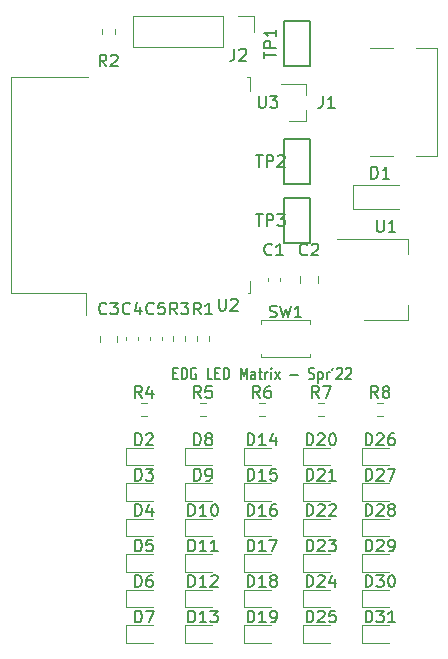
<source format=gbr>
G04 #@! TF.GenerationSoftware,KiCad,Pcbnew,(5.1.12)-1*
G04 #@! TF.CreationDate,2022-05-24T11:01:42-07:00*
G04 #@! TF.ProjectId,LedMatrixTest,4c65644d-6174-4726-9978-546573742e6b,rev?*
G04 #@! TF.SameCoordinates,Original*
G04 #@! TF.FileFunction,Legend,Top*
G04 #@! TF.FilePolarity,Positive*
%FSLAX46Y46*%
G04 Gerber Fmt 4.6, Leading zero omitted, Abs format (unit mm)*
G04 Created by KiCad (PCBNEW (5.1.12)-1) date 2022-05-24 11:01:42*
%MOMM*%
%LPD*%
G01*
G04 APERTURE LIST*
%ADD10C,0.150000*%
%ADD11C,0.120000*%
%ADD12C,0.100000*%
G04 APERTURE END LIST*
D10*
X92476190Y-36928571D02*
X92742857Y-36928571D01*
X92857142Y-37452380D02*
X92476190Y-37452380D01*
X92476190Y-36452380D01*
X92857142Y-36452380D01*
X93200000Y-37452380D02*
X93200000Y-36452380D01*
X93390476Y-36452380D01*
X93504761Y-36500000D01*
X93580952Y-36595238D01*
X93619047Y-36690476D01*
X93657142Y-36880952D01*
X93657142Y-37023809D01*
X93619047Y-37214285D01*
X93580952Y-37309523D01*
X93504761Y-37404761D01*
X93390476Y-37452380D01*
X93200000Y-37452380D01*
X94419047Y-36500000D02*
X94342857Y-36452380D01*
X94228571Y-36452380D01*
X94114285Y-36500000D01*
X94038095Y-36595238D01*
X94000000Y-36690476D01*
X93961904Y-36880952D01*
X93961904Y-37023809D01*
X94000000Y-37214285D01*
X94038095Y-37309523D01*
X94114285Y-37404761D01*
X94228571Y-37452380D01*
X94304761Y-37452380D01*
X94419047Y-37404761D01*
X94457142Y-37357142D01*
X94457142Y-37023809D01*
X94304761Y-37023809D01*
X95790476Y-37452380D02*
X95409523Y-37452380D01*
X95409523Y-36452380D01*
X96057142Y-36928571D02*
X96323809Y-36928571D01*
X96438095Y-37452380D02*
X96057142Y-37452380D01*
X96057142Y-36452380D01*
X96438095Y-36452380D01*
X96780952Y-37452380D02*
X96780952Y-36452380D01*
X96971428Y-36452380D01*
X97085714Y-36500000D01*
X97161904Y-36595238D01*
X97200000Y-36690476D01*
X97238095Y-36880952D01*
X97238095Y-37023809D01*
X97200000Y-37214285D01*
X97161904Y-37309523D01*
X97085714Y-37404761D01*
X96971428Y-37452380D01*
X96780952Y-37452380D01*
X98190476Y-37452380D02*
X98190476Y-36452380D01*
X98457142Y-37166666D01*
X98723809Y-36452380D01*
X98723809Y-37452380D01*
X99447619Y-37452380D02*
X99447619Y-36928571D01*
X99409523Y-36833333D01*
X99333333Y-36785714D01*
X99180952Y-36785714D01*
X99104761Y-36833333D01*
X99447619Y-37404761D02*
X99371428Y-37452380D01*
X99180952Y-37452380D01*
X99104761Y-37404761D01*
X99066666Y-37309523D01*
X99066666Y-37214285D01*
X99104761Y-37119047D01*
X99180952Y-37071428D01*
X99371428Y-37071428D01*
X99447619Y-37023809D01*
X99714285Y-36785714D02*
X100019047Y-36785714D01*
X99828571Y-36452380D02*
X99828571Y-37309523D01*
X99866666Y-37404761D01*
X99942857Y-37452380D01*
X100019047Y-37452380D01*
X100285714Y-37452380D02*
X100285714Y-36785714D01*
X100285714Y-36976190D02*
X100323809Y-36880952D01*
X100361904Y-36833333D01*
X100438095Y-36785714D01*
X100514285Y-36785714D01*
X100780952Y-37452380D02*
X100780952Y-36785714D01*
X100780952Y-36452380D02*
X100742857Y-36500000D01*
X100780952Y-36547619D01*
X100819047Y-36500000D01*
X100780952Y-36452380D01*
X100780952Y-36547619D01*
X101085714Y-37452380D02*
X101504761Y-36785714D01*
X101085714Y-36785714D02*
X101504761Y-37452380D01*
X102419047Y-37071428D02*
X103028571Y-37071428D01*
X103980952Y-37404761D02*
X104095238Y-37452380D01*
X104285714Y-37452380D01*
X104361904Y-37404761D01*
X104400000Y-37357142D01*
X104438095Y-37261904D01*
X104438095Y-37166666D01*
X104400000Y-37071428D01*
X104361904Y-37023809D01*
X104285714Y-36976190D01*
X104133333Y-36928571D01*
X104057142Y-36880952D01*
X104019047Y-36833333D01*
X103980952Y-36738095D01*
X103980952Y-36642857D01*
X104019047Y-36547619D01*
X104057142Y-36500000D01*
X104133333Y-36452380D01*
X104323809Y-36452380D01*
X104438095Y-36500000D01*
X104780952Y-36785714D02*
X104780952Y-37785714D01*
X104780952Y-36833333D02*
X104857142Y-36785714D01*
X105009523Y-36785714D01*
X105085714Y-36833333D01*
X105123809Y-36880952D01*
X105161904Y-36976190D01*
X105161904Y-37261904D01*
X105123809Y-37357142D01*
X105085714Y-37404761D01*
X105009523Y-37452380D01*
X104857142Y-37452380D01*
X104780952Y-37404761D01*
X105504761Y-37452380D02*
X105504761Y-36785714D01*
X105504761Y-36976190D02*
X105542857Y-36880952D01*
X105580952Y-36833333D01*
X105657142Y-36785714D01*
X105733333Y-36785714D01*
X106038095Y-36452380D02*
X105961904Y-36642857D01*
X106342857Y-36547619D02*
X106380952Y-36500000D01*
X106457142Y-36452380D01*
X106647619Y-36452380D01*
X106723809Y-36500000D01*
X106761904Y-36547619D01*
X106800000Y-36642857D01*
X106800000Y-36738095D01*
X106761904Y-36880952D01*
X106304761Y-37452380D01*
X106800000Y-37452380D01*
X107104761Y-36547619D02*
X107142857Y-36500000D01*
X107219047Y-36452380D01*
X107409523Y-36452380D01*
X107485714Y-36500000D01*
X107523809Y-36547619D01*
X107561904Y-36642857D01*
X107561904Y-36738095D01*
X107523809Y-36880952D01*
X107066666Y-37452380D01*
X107561904Y-37452380D01*
D11*
X91510000Y-33859420D02*
X91510000Y-34140580D01*
X90490000Y-33859420D02*
X90490000Y-34140580D01*
X92477500Y-34237258D02*
X92477500Y-33762742D01*
X93522500Y-34237258D02*
X93522500Y-33762742D01*
X86477500Y-7762742D02*
X86477500Y-8237258D01*
X87522500Y-7762742D02*
X87522500Y-8237258D01*
X94477500Y-34237258D02*
X94477500Y-33762742D01*
X95522500Y-34237258D02*
X95522500Y-33762742D01*
X89050000Y-6670000D02*
X89050000Y-9330000D01*
X96730000Y-6670000D02*
X89050000Y-6670000D01*
X96730000Y-9330000D02*
X89050000Y-9330000D01*
X96730000Y-6670000D02*
X96730000Y-9330000D01*
X98000000Y-6670000D02*
X99330000Y-6670000D01*
X99330000Y-6670000D02*
X99330000Y-8000000D01*
X87735000Y-33738748D02*
X87735000Y-34261252D01*
X86265000Y-33738748D02*
X86265000Y-34261252D01*
X88490000Y-33859420D02*
X88490000Y-34140580D01*
X89510000Y-33859420D02*
X89510000Y-34140580D01*
X109150000Y-18580000D02*
X111070000Y-18580000D01*
X111070000Y-9420000D02*
X109150000Y-9420000D01*
X113080000Y-9420000D02*
X114785000Y-9420000D01*
X114785000Y-18580000D02*
X113080000Y-18580000D01*
X114785000Y-9420000D02*
X114785000Y-18580000D01*
D12*
X85100000Y-30120000D02*
X85100000Y-32000000D01*
X78780000Y-30120000D02*
X85100000Y-30120000D01*
X78780000Y-11880000D02*
X85300000Y-11880000D01*
X78780000Y-30120000D02*
X78780000Y-11880000D01*
X99020000Y-13000000D02*
X99020000Y-11880000D01*
X98700000Y-11880000D02*
X99000000Y-11880000D01*
X99020000Y-30120000D02*
X99020000Y-29100000D01*
X98800000Y-30120000D02*
X99020000Y-30120000D01*
D11*
X107750000Y-21000000D02*
X107750000Y-23000000D01*
X107750000Y-23000000D02*
X111650000Y-23000000D01*
X107750000Y-21000000D02*
X111650000Y-21000000D01*
X112410000Y-32410000D02*
X112410000Y-31150000D01*
X112410000Y-25590000D02*
X112410000Y-26850000D01*
X108650000Y-32410000D02*
X112410000Y-32410000D01*
X106400000Y-25590000D02*
X112410000Y-25590000D01*
X100490000Y-29140580D02*
X100490000Y-28859420D01*
X101510000Y-29140580D02*
X101510000Y-28859420D01*
X103265000Y-29261252D02*
X103265000Y-28738748D01*
X104735000Y-29261252D02*
X104735000Y-28738748D01*
D10*
X101900000Y-25900000D02*
X101900000Y-22100000D01*
X101900000Y-22100000D02*
X104100000Y-22100000D01*
X104100000Y-22100000D02*
X104100000Y-25900000D01*
X104100000Y-25900000D02*
X101900000Y-25900000D01*
D11*
X90800000Y-43265000D02*
X88515000Y-43265000D01*
X88515000Y-43265000D02*
X88515000Y-44735000D01*
X88515000Y-44735000D02*
X90800000Y-44735000D01*
X93515000Y-44735000D02*
X95800000Y-44735000D01*
X93515000Y-43265000D02*
X93515000Y-44735000D01*
X95800000Y-43265000D02*
X93515000Y-43265000D01*
X100800000Y-43265000D02*
X98515000Y-43265000D01*
X98515000Y-43265000D02*
X98515000Y-44735000D01*
X98515000Y-44735000D02*
X100800000Y-44735000D01*
X105800000Y-43265000D02*
X103515000Y-43265000D01*
X103515000Y-43265000D02*
X103515000Y-44735000D01*
X103515000Y-44735000D02*
X105800000Y-44735000D01*
X108515000Y-44735000D02*
X110800000Y-44735000D01*
X108515000Y-43265000D02*
X108515000Y-44735000D01*
X110800000Y-43265000D02*
X108515000Y-43265000D01*
X88515000Y-47735000D02*
X90800000Y-47735000D01*
X88515000Y-46265000D02*
X88515000Y-47735000D01*
X90800000Y-46265000D02*
X88515000Y-46265000D01*
X95800000Y-46265000D02*
X93515000Y-46265000D01*
X93515000Y-46265000D02*
X93515000Y-47735000D01*
X93515000Y-47735000D02*
X95800000Y-47735000D01*
X100800000Y-46265000D02*
X98515000Y-46265000D01*
X98515000Y-46265000D02*
X98515000Y-47735000D01*
X98515000Y-47735000D02*
X100800000Y-47735000D01*
X103515000Y-47735000D02*
X105800000Y-47735000D01*
X103515000Y-46265000D02*
X103515000Y-47735000D01*
X105800000Y-46265000D02*
X103515000Y-46265000D01*
X110800000Y-46265000D02*
X108515000Y-46265000D01*
X108515000Y-46265000D02*
X108515000Y-47735000D01*
X108515000Y-47735000D02*
X110800000Y-47735000D01*
X90800000Y-49265000D02*
X88515000Y-49265000D01*
X88515000Y-49265000D02*
X88515000Y-50735000D01*
X88515000Y-50735000D02*
X90800000Y-50735000D01*
X93515000Y-50735000D02*
X95800000Y-50735000D01*
X93515000Y-49265000D02*
X93515000Y-50735000D01*
X95800000Y-49265000D02*
X93515000Y-49265000D01*
X98515000Y-50735000D02*
X100800000Y-50735000D01*
X98515000Y-49265000D02*
X98515000Y-50735000D01*
X100800000Y-49265000D02*
X98515000Y-49265000D01*
X103515000Y-50735000D02*
X105800000Y-50735000D01*
X103515000Y-49265000D02*
X103515000Y-50735000D01*
X105800000Y-49265000D02*
X103515000Y-49265000D01*
X108515000Y-50735000D02*
X110800000Y-50735000D01*
X108515000Y-49265000D02*
X108515000Y-50735000D01*
X110800000Y-49265000D02*
X108515000Y-49265000D01*
X88515000Y-53735000D02*
X90800000Y-53735000D01*
X88515000Y-52265000D02*
X88515000Y-53735000D01*
X90800000Y-52265000D02*
X88515000Y-52265000D01*
X95800000Y-52265000D02*
X93515000Y-52265000D01*
X93515000Y-52265000D02*
X93515000Y-53735000D01*
X93515000Y-53735000D02*
X95800000Y-53735000D01*
X98515000Y-53735000D02*
X100800000Y-53735000D01*
X98515000Y-52265000D02*
X98515000Y-53735000D01*
X100800000Y-52265000D02*
X98515000Y-52265000D01*
X105800000Y-52265000D02*
X103515000Y-52265000D01*
X103515000Y-52265000D02*
X103515000Y-53735000D01*
X103515000Y-53735000D02*
X105800000Y-53735000D01*
X110800000Y-52265000D02*
X108515000Y-52265000D01*
X108515000Y-52265000D02*
X108515000Y-53735000D01*
X108515000Y-53735000D02*
X110800000Y-53735000D01*
X89762742Y-40522500D02*
X90237258Y-40522500D01*
X89762742Y-39477500D02*
X90237258Y-39477500D01*
X94762742Y-39477500D02*
X95237258Y-39477500D01*
X94762742Y-40522500D02*
X95237258Y-40522500D01*
X99762742Y-39477500D02*
X100237258Y-39477500D01*
X99762742Y-40522500D02*
X100237258Y-40522500D01*
X104762742Y-40522500D02*
X105237258Y-40522500D01*
X104762742Y-39477500D02*
X105237258Y-39477500D01*
X109762742Y-40522500D02*
X110237258Y-40522500D01*
X109762742Y-39477500D02*
X110237258Y-39477500D01*
D10*
X101900000Y-20900000D02*
X101900000Y-17100000D01*
X101900000Y-17100000D02*
X104100000Y-17100000D01*
X104100000Y-17100000D02*
X104100000Y-20900000D01*
X104100000Y-20900000D02*
X101900000Y-20900000D01*
X104100000Y-10900000D02*
X101900000Y-10900000D01*
X104100000Y-7100000D02*
X104100000Y-10900000D01*
X101900000Y-7100000D02*
X104100000Y-7100000D01*
X101900000Y-10900000D02*
X101900000Y-7100000D01*
D11*
X104070000Y-32430000D02*
X104070000Y-32730000D01*
X99930000Y-35570000D02*
X99930000Y-35270000D01*
X99930000Y-32730000D02*
X99930000Y-32430000D01*
X104070000Y-35570000D02*
X99930000Y-35570000D01*
X104070000Y-35270000D02*
X104070000Y-35570000D01*
X99930000Y-32430000D02*
X104070000Y-32430000D01*
X103760000Y-15580000D02*
X102300000Y-15580000D01*
X103760000Y-12420000D02*
X101600000Y-12420000D01*
X103760000Y-12420000D02*
X103760000Y-13350000D01*
X103760000Y-15580000D02*
X103760000Y-14650000D01*
X90800000Y-55265000D02*
X88515000Y-55265000D01*
X88515000Y-55265000D02*
X88515000Y-56735000D01*
X88515000Y-56735000D02*
X90800000Y-56735000D01*
X93515000Y-56735000D02*
X95800000Y-56735000D01*
X93515000Y-55265000D02*
X93515000Y-56735000D01*
X95800000Y-55265000D02*
X93515000Y-55265000D01*
X100800000Y-55265000D02*
X98515000Y-55265000D01*
X98515000Y-55265000D02*
X98515000Y-56735000D01*
X98515000Y-56735000D02*
X100800000Y-56735000D01*
X103515000Y-56735000D02*
X105800000Y-56735000D01*
X103515000Y-55265000D02*
X103515000Y-56735000D01*
X105800000Y-55265000D02*
X103515000Y-55265000D01*
X108515000Y-56735000D02*
X110800000Y-56735000D01*
X108515000Y-55265000D02*
X108515000Y-56735000D01*
X110800000Y-55265000D02*
X108515000Y-55265000D01*
X88515000Y-59735000D02*
X90800000Y-59735000D01*
X88515000Y-58265000D02*
X88515000Y-59735000D01*
X90800000Y-58265000D02*
X88515000Y-58265000D01*
X95800000Y-58265000D02*
X93515000Y-58265000D01*
X93515000Y-58265000D02*
X93515000Y-59735000D01*
X93515000Y-59735000D02*
X95800000Y-59735000D01*
X98515000Y-59735000D02*
X100800000Y-59735000D01*
X98515000Y-58265000D02*
X98515000Y-59735000D01*
X100800000Y-58265000D02*
X98515000Y-58265000D01*
X105800000Y-58265000D02*
X103515000Y-58265000D01*
X103515000Y-58265000D02*
X103515000Y-59735000D01*
X103515000Y-59735000D02*
X105800000Y-59735000D01*
X110800000Y-58265000D02*
X108515000Y-58265000D01*
X108515000Y-58265000D02*
X108515000Y-59735000D01*
X108515000Y-59735000D02*
X110800000Y-59735000D01*
D10*
X90833333Y-31857142D02*
X90785714Y-31904761D01*
X90642857Y-31952380D01*
X90547619Y-31952380D01*
X90404761Y-31904761D01*
X90309523Y-31809523D01*
X90261904Y-31714285D01*
X90214285Y-31523809D01*
X90214285Y-31380952D01*
X90261904Y-31190476D01*
X90309523Y-31095238D01*
X90404761Y-31000000D01*
X90547619Y-30952380D01*
X90642857Y-30952380D01*
X90785714Y-31000000D01*
X90833333Y-31047619D01*
X91738095Y-30952380D02*
X91261904Y-30952380D01*
X91214285Y-31428571D01*
X91261904Y-31380952D01*
X91357142Y-31333333D01*
X91595238Y-31333333D01*
X91690476Y-31380952D01*
X91738095Y-31428571D01*
X91785714Y-31523809D01*
X91785714Y-31761904D01*
X91738095Y-31857142D01*
X91690476Y-31904761D01*
X91595238Y-31952380D01*
X91357142Y-31952380D01*
X91261904Y-31904761D01*
X91214285Y-31857142D01*
X92833333Y-31952380D02*
X92500000Y-31476190D01*
X92261904Y-31952380D02*
X92261904Y-30952380D01*
X92642857Y-30952380D01*
X92738095Y-31000000D01*
X92785714Y-31047619D01*
X92833333Y-31142857D01*
X92833333Y-31285714D01*
X92785714Y-31380952D01*
X92738095Y-31428571D01*
X92642857Y-31476190D01*
X92261904Y-31476190D01*
X93166666Y-30952380D02*
X93785714Y-30952380D01*
X93452380Y-31333333D01*
X93595238Y-31333333D01*
X93690476Y-31380952D01*
X93738095Y-31428571D01*
X93785714Y-31523809D01*
X93785714Y-31761904D01*
X93738095Y-31857142D01*
X93690476Y-31904761D01*
X93595238Y-31952380D01*
X93309523Y-31952380D01*
X93214285Y-31904761D01*
X93166666Y-31857142D01*
X86833333Y-10952380D02*
X86500000Y-10476190D01*
X86261904Y-10952380D02*
X86261904Y-9952380D01*
X86642857Y-9952380D01*
X86738095Y-10000000D01*
X86785714Y-10047619D01*
X86833333Y-10142857D01*
X86833333Y-10285714D01*
X86785714Y-10380952D01*
X86738095Y-10428571D01*
X86642857Y-10476190D01*
X86261904Y-10476190D01*
X87214285Y-10047619D02*
X87261904Y-10000000D01*
X87357142Y-9952380D01*
X87595238Y-9952380D01*
X87690476Y-10000000D01*
X87738095Y-10047619D01*
X87785714Y-10142857D01*
X87785714Y-10238095D01*
X87738095Y-10380952D01*
X87166666Y-10952380D01*
X87785714Y-10952380D01*
X94833333Y-31952380D02*
X94500000Y-31476190D01*
X94261904Y-31952380D02*
X94261904Y-30952380D01*
X94642857Y-30952380D01*
X94738095Y-31000000D01*
X94785714Y-31047619D01*
X94833333Y-31142857D01*
X94833333Y-31285714D01*
X94785714Y-31380952D01*
X94738095Y-31428571D01*
X94642857Y-31476190D01*
X94261904Y-31476190D01*
X95785714Y-31952380D02*
X95214285Y-31952380D01*
X95500000Y-31952380D02*
X95500000Y-30952380D01*
X95404761Y-31095238D01*
X95309523Y-31190476D01*
X95214285Y-31238095D01*
X97666666Y-9452380D02*
X97666666Y-10166666D01*
X97619047Y-10309523D01*
X97523809Y-10404761D01*
X97380952Y-10452380D01*
X97285714Y-10452380D01*
X98095238Y-9547619D02*
X98142857Y-9500000D01*
X98238095Y-9452380D01*
X98476190Y-9452380D01*
X98571428Y-9500000D01*
X98619047Y-9547619D01*
X98666666Y-9642857D01*
X98666666Y-9738095D01*
X98619047Y-9880952D01*
X98047619Y-10452380D01*
X98666666Y-10452380D01*
X86833333Y-31857142D02*
X86785714Y-31904761D01*
X86642857Y-31952380D01*
X86547619Y-31952380D01*
X86404761Y-31904761D01*
X86309523Y-31809523D01*
X86261904Y-31714285D01*
X86214285Y-31523809D01*
X86214285Y-31380952D01*
X86261904Y-31190476D01*
X86309523Y-31095238D01*
X86404761Y-31000000D01*
X86547619Y-30952380D01*
X86642857Y-30952380D01*
X86785714Y-31000000D01*
X86833333Y-31047619D01*
X87166666Y-30952380D02*
X87785714Y-30952380D01*
X87452380Y-31333333D01*
X87595238Y-31333333D01*
X87690476Y-31380952D01*
X87738095Y-31428571D01*
X87785714Y-31523809D01*
X87785714Y-31761904D01*
X87738095Y-31857142D01*
X87690476Y-31904761D01*
X87595238Y-31952380D01*
X87309523Y-31952380D01*
X87214285Y-31904761D01*
X87166666Y-31857142D01*
X88833333Y-31857142D02*
X88785714Y-31904761D01*
X88642857Y-31952380D01*
X88547619Y-31952380D01*
X88404761Y-31904761D01*
X88309523Y-31809523D01*
X88261904Y-31714285D01*
X88214285Y-31523809D01*
X88214285Y-31380952D01*
X88261904Y-31190476D01*
X88309523Y-31095238D01*
X88404761Y-31000000D01*
X88547619Y-30952380D01*
X88642857Y-30952380D01*
X88785714Y-31000000D01*
X88833333Y-31047619D01*
X89690476Y-31285714D02*
X89690476Y-31952380D01*
X89452380Y-30904761D02*
X89214285Y-31619047D01*
X89833333Y-31619047D01*
X105166666Y-13452380D02*
X105166666Y-14166666D01*
X105119047Y-14309523D01*
X105023809Y-14404761D01*
X104880952Y-14452380D01*
X104785714Y-14452380D01*
X106166666Y-14452380D02*
X105595238Y-14452380D01*
X105880952Y-14452380D02*
X105880952Y-13452380D01*
X105785714Y-13595238D01*
X105690476Y-13690476D01*
X105595238Y-13738095D01*
X96368095Y-30622380D02*
X96368095Y-31431904D01*
X96415714Y-31527142D01*
X96463333Y-31574761D01*
X96558571Y-31622380D01*
X96749047Y-31622380D01*
X96844285Y-31574761D01*
X96891904Y-31527142D01*
X96939523Y-31431904D01*
X96939523Y-30622380D01*
X97368095Y-30717619D02*
X97415714Y-30670000D01*
X97510952Y-30622380D01*
X97749047Y-30622380D01*
X97844285Y-30670000D01*
X97891904Y-30717619D01*
X97939523Y-30812857D01*
X97939523Y-30908095D01*
X97891904Y-31050952D01*
X97320476Y-31622380D01*
X97939523Y-31622380D01*
X109261904Y-20452380D02*
X109261904Y-19452380D01*
X109500000Y-19452380D01*
X109642857Y-19500000D01*
X109738095Y-19595238D01*
X109785714Y-19690476D01*
X109833333Y-19880952D01*
X109833333Y-20023809D01*
X109785714Y-20214285D01*
X109738095Y-20309523D01*
X109642857Y-20404761D01*
X109500000Y-20452380D01*
X109261904Y-20452380D01*
X110785714Y-20452380D02*
X110214285Y-20452380D01*
X110500000Y-20452380D02*
X110500000Y-19452380D01*
X110404761Y-19595238D01*
X110309523Y-19690476D01*
X110214285Y-19738095D01*
X109738095Y-23952380D02*
X109738095Y-24761904D01*
X109785714Y-24857142D01*
X109833333Y-24904761D01*
X109928571Y-24952380D01*
X110119047Y-24952380D01*
X110214285Y-24904761D01*
X110261904Y-24857142D01*
X110309523Y-24761904D01*
X110309523Y-23952380D01*
X111309523Y-24952380D02*
X110738095Y-24952380D01*
X111023809Y-24952380D02*
X111023809Y-23952380D01*
X110928571Y-24095238D01*
X110833333Y-24190476D01*
X110738095Y-24238095D01*
X100833333Y-26857142D02*
X100785714Y-26904761D01*
X100642857Y-26952380D01*
X100547619Y-26952380D01*
X100404761Y-26904761D01*
X100309523Y-26809523D01*
X100261904Y-26714285D01*
X100214285Y-26523809D01*
X100214285Y-26380952D01*
X100261904Y-26190476D01*
X100309523Y-26095238D01*
X100404761Y-26000000D01*
X100547619Y-25952380D01*
X100642857Y-25952380D01*
X100785714Y-26000000D01*
X100833333Y-26047619D01*
X101785714Y-26952380D02*
X101214285Y-26952380D01*
X101500000Y-26952380D02*
X101500000Y-25952380D01*
X101404761Y-26095238D01*
X101309523Y-26190476D01*
X101214285Y-26238095D01*
X103833333Y-26857142D02*
X103785714Y-26904761D01*
X103642857Y-26952380D01*
X103547619Y-26952380D01*
X103404761Y-26904761D01*
X103309523Y-26809523D01*
X103261904Y-26714285D01*
X103214285Y-26523809D01*
X103214285Y-26380952D01*
X103261904Y-26190476D01*
X103309523Y-26095238D01*
X103404761Y-26000000D01*
X103547619Y-25952380D01*
X103642857Y-25952380D01*
X103785714Y-26000000D01*
X103833333Y-26047619D01*
X104214285Y-26047619D02*
X104261904Y-26000000D01*
X104357142Y-25952380D01*
X104595238Y-25952380D01*
X104690476Y-26000000D01*
X104738095Y-26047619D01*
X104785714Y-26142857D01*
X104785714Y-26238095D01*
X104738095Y-26380952D01*
X104166666Y-26952380D01*
X104785714Y-26952380D01*
X99488095Y-23452380D02*
X100059523Y-23452380D01*
X99773809Y-24452380D02*
X99773809Y-23452380D01*
X100392857Y-24452380D02*
X100392857Y-23452380D01*
X100773809Y-23452380D01*
X100869047Y-23500000D01*
X100916666Y-23547619D01*
X100964285Y-23642857D01*
X100964285Y-23785714D01*
X100916666Y-23880952D01*
X100869047Y-23928571D01*
X100773809Y-23976190D01*
X100392857Y-23976190D01*
X101297619Y-23452380D02*
X101916666Y-23452380D01*
X101583333Y-23833333D01*
X101726190Y-23833333D01*
X101821428Y-23880952D01*
X101869047Y-23928571D01*
X101916666Y-24023809D01*
X101916666Y-24261904D01*
X101869047Y-24357142D01*
X101821428Y-24404761D01*
X101726190Y-24452380D01*
X101440476Y-24452380D01*
X101345238Y-24404761D01*
X101297619Y-24357142D01*
X89261904Y-43022380D02*
X89261904Y-42022380D01*
X89500000Y-42022380D01*
X89642857Y-42070000D01*
X89738095Y-42165238D01*
X89785714Y-42260476D01*
X89833333Y-42450952D01*
X89833333Y-42593809D01*
X89785714Y-42784285D01*
X89738095Y-42879523D01*
X89642857Y-42974761D01*
X89500000Y-43022380D01*
X89261904Y-43022380D01*
X90214285Y-42117619D02*
X90261904Y-42070000D01*
X90357142Y-42022380D01*
X90595238Y-42022380D01*
X90690476Y-42070000D01*
X90738095Y-42117619D01*
X90785714Y-42212857D01*
X90785714Y-42308095D01*
X90738095Y-42450952D01*
X90166666Y-43022380D01*
X90785714Y-43022380D01*
X94261904Y-43022380D02*
X94261904Y-42022380D01*
X94500000Y-42022380D01*
X94642857Y-42070000D01*
X94738095Y-42165238D01*
X94785714Y-42260476D01*
X94833333Y-42450952D01*
X94833333Y-42593809D01*
X94785714Y-42784285D01*
X94738095Y-42879523D01*
X94642857Y-42974761D01*
X94500000Y-43022380D01*
X94261904Y-43022380D01*
X95404761Y-42450952D02*
X95309523Y-42403333D01*
X95261904Y-42355714D01*
X95214285Y-42260476D01*
X95214285Y-42212857D01*
X95261904Y-42117619D01*
X95309523Y-42070000D01*
X95404761Y-42022380D01*
X95595238Y-42022380D01*
X95690476Y-42070000D01*
X95738095Y-42117619D01*
X95785714Y-42212857D01*
X95785714Y-42260476D01*
X95738095Y-42355714D01*
X95690476Y-42403333D01*
X95595238Y-42450952D01*
X95404761Y-42450952D01*
X95309523Y-42498571D01*
X95261904Y-42546190D01*
X95214285Y-42641428D01*
X95214285Y-42831904D01*
X95261904Y-42927142D01*
X95309523Y-42974761D01*
X95404761Y-43022380D01*
X95595238Y-43022380D01*
X95690476Y-42974761D01*
X95738095Y-42927142D01*
X95785714Y-42831904D01*
X95785714Y-42641428D01*
X95738095Y-42546190D01*
X95690476Y-42498571D01*
X95595238Y-42450952D01*
X98785714Y-43022380D02*
X98785714Y-42022380D01*
X99023809Y-42022380D01*
X99166666Y-42070000D01*
X99261904Y-42165238D01*
X99309523Y-42260476D01*
X99357142Y-42450952D01*
X99357142Y-42593809D01*
X99309523Y-42784285D01*
X99261904Y-42879523D01*
X99166666Y-42974761D01*
X99023809Y-43022380D01*
X98785714Y-43022380D01*
X100309523Y-43022380D02*
X99738095Y-43022380D01*
X100023809Y-43022380D02*
X100023809Y-42022380D01*
X99928571Y-42165238D01*
X99833333Y-42260476D01*
X99738095Y-42308095D01*
X101166666Y-42355714D02*
X101166666Y-43022380D01*
X100928571Y-41974761D02*
X100690476Y-42689047D01*
X101309523Y-42689047D01*
X103785714Y-43022380D02*
X103785714Y-42022380D01*
X104023809Y-42022380D01*
X104166666Y-42070000D01*
X104261904Y-42165238D01*
X104309523Y-42260476D01*
X104357142Y-42450952D01*
X104357142Y-42593809D01*
X104309523Y-42784285D01*
X104261904Y-42879523D01*
X104166666Y-42974761D01*
X104023809Y-43022380D01*
X103785714Y-43022380D01*
X104738095Y-42117619D02*
X104785714Y-42070000D01*
X104880952Y-42022380D01*
X105119047Y-42022380D01*
X105214285Y-42070000D01*
X105261904Y-42117619D01*
X105309523Y-42212857D01*
X105309523Y-42308095D01*
X105261904Y-42450952D01*
X104690476Y-43022380D01*
X105309523Y-43022380D01*
X105928571Y-42022380D02*
X106023809Y-42022380D01*
X106119047Y-42070000D01*
X106166666Y-42117619D01*
X106214285Y-42212857D01*
X106261904Y-42403333D01*
X106261904Y-42641428D01*
X106214285Y-42831904D01*
X106166666Y-42927142D01*
X106119047Y-42974761D01*
X106023809Y-43022380D01*
X105928571Y-43022380D01*
X105833333Y-42974761D01*
X105785714Y-42927142D01*
X105738095Y-42831904D01*
X105690476Y-42641428D01*
X105690476Y-42403333D01*
X105738095Y-42212857D01*
X105785714Y-42117619D01*
X105833333Y-42070000D01*
X105928571Y-42022380D01*
X108785714Y-43022380D02*
X108785714Y-42022380D01*
X109023809Y-42022380D01*
X109166666Y-42070000D01*
X109261904Y-42165238D01*
X109309523Y-42260476D01*
X109357142Y-42450952D01*
X109357142Y-42593809D01*
X109309523Y-42784285D01*
X109261904Y-42879523D01*
X109166666Y-42974761D01*
X109023809Y-43022380D01*
X108785714Y-43022380D01*
X109738095Y-42117619D02*
X109785714Y-42070000D01*
X109880952Y-42022380D01*
X110119047Y-42022380D01*
X110214285Y-42070000D01*
X110261904Y-42117619D01*
X110309523Y-42212857D01*
X110309523Y-42308095D01*
X110261904Y-42450952D01*
X109690476Y-43022380D01*
X110309523Y-43022380D01*
X111166666Y-42022380D02*
X110976190Y-42022380D01*
X110880952Y-42070000D01*
X110833333Y-42117619D01*
X110738095Y-42260476D01*
X110690476Y-42450952D01*
X110690476Y-42831904D01*
X110738095Y-42927142D01*
X110785714Y-42974761D01*
X110880952Y-43022380D01*
X111071428Y-43022380D01*
X111166666Y-42974761D01*
X111214285Y-42927142D01*
X111261904Y-42831904D01*
X111261904Y-42593809D01*
X111214285Y-42498571D01*
X111166666Y-42450952D01*
X111071428Y-42403333D01*
X110880952Y-42403333D01*
X110785714Y-42450952D01*
X110738095Y-42498571D01*
X110690476Y-42593809D01*
X89261904Y-46022380D02*
X89261904Y-45022380D01*
X89500000Y-45022380D01*
X89642857Y-45070000D01*
X89738095Y-45165238D01*
X89785714Y-45260476D01*
X89833333Y-45450952D01*
X89833333Y-45593809D01*
X89785714Y-45784285D01*
X89738095Y-45879523D01*
X89642857Y-45974761D01*
X89500000Y-46022380D01*
X89261904Y-46022380D01*
X90166666Y-45022380D02*
X90785714Y-45022380D01*
X90452380Y-45403333D01*
X90595238Y-45403333D01*
X90690476Y-45450952D01*
X90738095Y-45498571D01*
X90785714Y-45593809D01*
X90785714Y-45831904D01*
X90738095Y-45927142D01*
X90690476Y-45974761D01*
X90595238Y-46022380D01*
X90309523Y-46022380D01*
X90214285Y-45974761D01*
X90166666Y-45927142D01*
X94261904Y-46022380D02*
X94261904Y-45022380D01*
X94500000Y-45022380D01*
X94642857Y-45070000D01*
X94738095Y-45165238D01*
X94785714Y-45260476D01*
X94833333Y-45450952D01*
X94833333Y-45593809D01*
X94785714Y-45784285D01*
X94738095Y-45879523D01*
X94642857Y-45974761D01*
X94500000Y-46022380D01*
X94261904Y-46022380D01*
X95309523Y-46022380D02*
X95500000Y-46022380D01*
X95595238Y-45974761D01*
X95642857Y-45927142D01*
X95738095Y-45784285D01*
X95785714Y-45593809D01*
X95785714Y-45212857D01*
X95738095Y-45117619D01*
X95690476Y-45070000D01*
X95595238Y-45022380D01*
X95404761Y-45022380D01*
X95309523Y-45070000D01*
X95261904Y-45117619D01*
X95214285Y-45212857D01*
X95214285Y-45450952D01*
X95261904Y-45546190D01*
X95309523Y-45593809D01*
X95404761Y-45641428D01*
X95595238Y-45641428D01*
X95690476Y-45593809D01*
X95738095Y-45546190D01*
X95785714Y-45450952D01*
X98785714Y-46022380D02*
X98785714Y-45022380D01*
X99023809Y-45022380D01*
X99166666Y-45070000D01*
X99261904Y-45165238D01*
X99309523Y-45260476D01*
X99357142Y-45450952D01*
X99357142Y-45593809D01*
X99309523Y-45784285D01*
X99261904Y-45879523D01*
X99166666Y-45974761D01*
X99023809Y-46022380D01*
X98785714Y-46022380D01*
X100309523Y-46022380D02*
X99738095Y-46022380D01*
X100023809Y-46022380D02*
X100023809Y-45022380D01*
X99928571Y-45165238D01*
X99833333Y-45260476D01*
X99738095Y-45308095D01*
X101214285Y-45022380D02*
X100738095Y-45022380D01*
X100690476Y-45498571D01*
X100738095Y-45450952D01*
X100833333Y-45403333D01*
X101071428Y-45403333D01*
X101166666Y-45450952D01*
X101214285Y-45498571D01*
X101261904Y-45593809D01*
X101261904Y-45831904D01*
X101214285Y-45927142D01*
X101166666Y-45974761D01*
X101071428Y-46022380D01*
X100833333Y-46022380D01*
X100738095Y-45974761D01*
X100690476Y-45927142D01*
X103785714Y-46022380D02*
X103785714Y-45022380D01*
X104023809Y-45022380D01*
X104166666Y-45070000D01*
X104261904Y-45165238D01*
X104309523Y-45260476D01*
X104357142Y-45450952D01*
X104357142Y-45593809D01*
X104309523Y-45784285D01*
X104261904Y-45879523D01*
X104166666Y-45974761D01*
X104023809Y-46022380D01*
X103785714Y-46022380D01*
X104738095Y-45117619D02*
X104785714Y-45070000D01*
X104880952Y-45022380D01*
X105119047Y-45022380D01*
X105214285Y-45070000D01*
X105261904Y-45117619D01*
X105309523Y-45212857D01*
X105309523Y-45308095D01*
X105261904Y-45450952D01*
X104690476Y-46022380D01*
X105309523Y-46022380D01*
X106261904Y-46022380D02*
X105690476Y-46022380D01*
X105976190Y-46022380D02*
X105976190Y-45022380D01*
X105880952Y-45165238D01*
X105785714Y-45260476D01*
X105690476Y-45308095D01*
X108785714Y-46022380D02*
X108785714Y-45022380D01*
X109023809Y-45022380D01*
X109166666Y-45070000D01*
X109261904Y-45165238D01*
X109309523Y-45260476D01*
X109357142Y-45450952D01*
X109357142Y-45593809D01*
X109309523Y-45784285D01*
X109261904Y-45879523D01*
X109166666Y-45974761D01*
X109023809Y-46022380D01*
X108785714Y-46022380D01*
X109738095Y-45117619D02*
X109785714Y-45070000D01*
X109880952Y-45022380D01*
X110119047Y-45022380D01*
X110214285Y-45070000D01*
X110261904Y-45117619D01*
X110309523Y-45212857D01*
X110309523Y-45308095D01*
X110261904Y-45450952D01*
X109690476Y-46022380D01*
X110309523Y-46022380D01*
X110642857Y-45022380D02*
X111309523Y-45022380D01*
X110880952Y-46022380D01*
X89261904Y-49022380D02*
X89261904Y-48022380D01*
X89500000Y-48022380D01*
X89642857Y-48070000D01*
X89738095Y-48165238D01*
X89785714Y-48260476D01*
X89833333Y-48450952D01*
X89833333Y-48593809D01*
X89785714Y-48784285D01*
X89738095Y-48879523D01*
X89642857Y-48974761D01*
X89500000Y-49022380D01*
X89261904Y-49022380D01*
X90690476Y-48355714D02*
X90690476Y-49022380D01*
X90452380Y-47974761D02*
X90214285Y-48689047D01*
X90833333Y-48689047D01*
X93785714Y-49022380D02*
X93785714Y-48022380D01*
X94023809Y-48022380D01*
X94166666Y-48070000D01*
X94261904Y-48165238D01*
X94309523Y-48260476D01*
X94357142Y-48450952D01*
X94357142Y-48593809D01*
X94309523Y-48784285D01*
X94261904Y-48879523D01*
X94166666Y-48974761D01*
X94023809Y-49022380D01*
X93785714Y-49022380D01*
X95309523Y-49022380D02*
X94738095Y-49022380D01*
X95023809Y-49022380D02*
X95023809Y-48022380D01*
X94928571Y-48165238D01*
X94833333Y-48260476D01*
X94738095Y-48308095D01*
X95928571Y-48022380D02*
X96023809Y-48022380D01*
X96119047Y-48070000D01*
X96166666Y-48117619D01*
X96214285Y-48212857D01*
X96261904Y-48403333D01*
X96261904Y-48641428D01*
X96214285Y-48831904D01*
X96166666Y-48927142D01*
X96119047Y-48974761D01*
X96023809Y-49022380D01*
X95928571Y-49022380D01*
X95833333Y-48974761D01*
X95785714Y-48927142D01*
X95738095Y-48831904D01*
X95690476Y-48641428D01*
X95690476Y-48403333D01*
X95738095Y-48212857D01*
X95785714Y-48117619D01*
X95833333Y-48070000D01*
X95928571Y-48022380D01*
X98785714Y-49022380D02*
X98785714Y-48022380D01*
X99023809Y-48022380D01*
X99166666Y-48070000D01*
X99261904Y-48165238D01*
X99309523Y-48260476D01*
X99357142Y-48450952D01*
X99357142Y-48593809D01*
X99309523Y-48784285D01*
X99261904Y-48879523D01*
X99166666Y-48974761D01*
X99023809Y-49022380D01*
X98785714Y-49022380D01*
X100309523Y-49022380D02*
X99738095Y-49022380D01*
X100023809Y-49022380D02*
X100023809Y-48022380D01*
X99928571Y-48165238D01*
X99833333Y-48260476D01*
X99738095Y-48308095D01*
X101166666Y-48022380D02*
X100976190Y-48022380D01*
X100880952Y-48070000D01*
X100833333Y-48117619D01*
X100738095Y-48260476D01*
X100690476Y-48450952D01*
X100690476Y-48831904D01*
X100738095Y-48927142D01*
X100785714Y-48974761D01*
X100880952Y-49022380D01*
X101071428Y-49022380D01*
X101166666Y-48974761D01*
X101214285Y-48927142D01*
X101261904Y-48831904D01*
X101261904Y-48593809D01*
X101214285Y-48498571D01*
X101166666Y-48450952D01*
X101071428Y-48403333D01*
X100880952Y-48403333D01*
X100785714Y-48450952D01*
X100738095Y-48498571D01*
X100690476Y-48593809D01*
X103785714Y-49022380D02*
X103785714Y-48022380D01*
X104023809Y-48022380D01*
X104166666Y-48070000D01*
X104261904Y-48165238D01*
X104309523Y-48260476D01*
X104357142Y-48450952D01*
X104357142Y-48593809D01*
X104309523Y-48784285D01*
X104261904Y-48879523D01*
X104166666Y-48974761D01*
X104023809Y-49022380D01*
X103785714Y-49022380D01*
X104738095Y-48117619D02*
X104785714Y-48070000D01*
X104880952Y-48022380D01*
X105119047Y-48022380D01*
X105214285Y-48070000D01*
X105261904Y-48117619D01*
X105309523Y-48212857D01*
X105309523Y-48308095D01*
X105261904Y-48450952D01*
X104690476Y-49022380D01*
X105309523Y-49022380D01*
X105690476Y-48117619D02*
X105738095Y-48070000D01*
X105833333Y-48022380D01*
X106071428Y-48022380D01*
X106166666Y-48070000D01*
X106214285Y-48117619D01*
X106261904Y-48212857D01*
X106261904Y-48308095D01*
X106214285Y-48450952D01*
X105642857Y-49022380D01*
X106261904Y-49022380D01*
X108785714Y-49022380D02*
X108785714Y-48022380D01*
X109023809Y-48022380D01*
X109166666Y-48070000D01*
X109261904Y-48165238D01*
X109309523Y-48260476D01*
X109357142Y-48450952D01*
X109357142Y-48593809D01*
X109309523Y-48784285D01*
X109261904Y-48879523D01*
X109166666Y-48974761D01*
X109023809Y-49022380D01*
X108785714Y-49022380D01*
X109738095Y-48117619D02*
X109785714Y-48070000D01*
X109880952Y-48022380D01*
X110119047Y-48022380D01*
X110214285Y-48070000D01*
X110261904Y-48117619D01*
X110309523Y-48212857D01*
X110309523Y-48308095D01*
X110261904Y-48450952D01*
X109690476Y-49022380D01*
X110309523Y-49022380D01*
X110880952Y-48450952D02*
X110785714Y-48403333D01*
X110738095Y-48355714D01*
X110690476Y-48260476D01*
X110690476Y-48212857D01*
X110738095Y-48117619D01*
X110785714Y-48070000D01*
X110880952Y-48022380D01*
X111071428Y-48022380D01*
X111166666Y-48070000D01*
X111214285Y-48117619D01*
X111261904Y-48212857D01*
X111261904Y-48260476D01*
X111214285Y-48355714D01*
X111166666Y-48403333D01*
X111071428Y-48450952D01*
X110880952Y-48450952D01*
X110785714Y-48498571D01*
X110738095Y-48546190D01*
X110690476Y-48641428D01*
X110690476Y-48831904D01*
X110738095Y-48927142D01*
X110785714Y-48974761D01*
X110880952Y-49022380D01*
X111071428Y-49022380D01*
X111166666Y-48974761D01*
X111214285Y-48927142D01*
X111261904Y-48831904D01*
X111261904Y-48641428D01*
X111214285Y-48546190D01*
X111166666Y-48498571D01*
X111071428Y-48450952D01*
X89261904Y-52022380D02*
X89261904Y-51022380D01*
X89500000Y-51022380D01*
X89642857Y-51070000D01*
X89738095Y-51165238D01*
X89785714Y-51260476D01*
X89833333Y-51450952D01*
X89833333Y-51593809D01*
X89785714Y-51784285D01*
X89738095Y-51879523D01*
X89642857Y-51974761D01*
X89500000Y-52022380D01*
X89261904Y-52022380D01*
X90738095Y-51022380D02*
X90261904Y-51022380D01*
X90214285Y-51498571D01*
X90261904Y-51450952D01*
X90357142Y-51403333D01*
X90595238Y-51403333D01*
X90690476Y-51450952D01*
X90738095Y-51498571D01*
X90785714Y-51593809D01*
X90785714Y-51831904D01*
X90738095Y-51927142D01*
X90690476Y-51974761D01*
X90595238Y-52022380D01*
X90357142Y-52022380D01*
X90261904Y-51974761D01*
X90214285Y-51927142D01*
X93785714Y-52022380D02*
X93785714Y-51022380D01*
X94023809Y-51022380D01*
X94166666Y-51070000D01*
X94261904Y-51165238D01*
X94309523Y-51260476D01*
X94357142Y-51450952D01*
X94357142Y-51593809D01*
X94309523Y-51784285D01*
X94261904Y-51879523D01*
X94166666Y-51974761D01*
X94023809Y-52022380D01*
X93785714Y-52022380D01*
X95309523Y-52022380D02*
X94738095Y-52022380D01*
X95023809Y-52022380D02*
X95023809Y-51022380D01*
X94928571Y-51165238D01*
X94833333Y-51260476D01*
X94738095Y-51308095D01*
X96261904Y-52022380D02*
X95690476Y-52022380D01*
X95976190Y-52022380D02*
X95976190Y-51022380D01*
X95880952Y-51165238D01*
X95785714Y-51260476D01*
X95690476Y-51308095D01*
X98785714Y-52022380D02*
X98785714Y-51022380D01*
X99023809Y-51022380D01*
X99166666Y-51070000D01*
X99261904Y-51165238D01*
X99309523Y-51260476D01*
X99357142Y-51450952D01*
X99357142Y-51593809D01*
X99309523Y-51784285D01*
X99261904Y-51879523D01*
X99166666Y-51974761D01*
X99023809Y-52022380D01*
X98785714Y-52022380D01*
X100309523Y-52022380D02*
X99738095Y-52022380D01*
X100023809Y-52022380D02*
X100023809Y-51022380D01*
X99928571Y-51165238D01*
X99833333Y-51260476D01*
X99738095Y-51308095D01*
X100642857Y-51022380D02*
X101309523Y-51022380D01*
X100880952Y-52022380D01*
X103785714Y-52022380D02*
X103785714Y-51022380D01*
X104023809Y-51022380D01*
X104166666Y-51070000D01*
X104261904Y-51165238D01*
X104309523Y-51260476D01*
X104357142Y-51450952D01*
X104357142Y-51593809D01*
X104309523Y-51784285D01*
X104261904Y-51879523D01*
X104166666Y-51974761D01*
X104023809Y-52022380D01*
X103785714Y-52022380D01*
X104738095Y-51117619D02*
X104785714Y-51070000D01*
X104880952Y-51022380D01*
X105119047Y-51022380D01*
X105214285Y-51070000D01*
X105261904Y-51117619D01*
X105309523Y-51212857D01*
X105309523Y-51308095D01*
X105261904Y-51450952D01*
X104690476Y-52022380D01*
X105309523Y-52022380D01*
X105642857Y-51022380D02*
X106261904Y-51022380D01*
X105928571Y-51403333D01*
X106071428Y-51403333D01*
X106166666Y-51450952D01*
X106214285Y-51498571D01*
X106261904Y-51593809D01*
X106261904Y-51831904D01*
X106214285Y-51927142D01*
X106166666Y-51974761D01*
X106071428Y-52022380D01*
X105785714Y-52022380D01*
X105690476Y-51974761D01*
X105642857Y-51927142D01*
X108785714Y-52022380D02*
X108785714Y-51022380D01*
X109023809Y-51022380D01*
X109166666Y-51070000D01*
X109261904Y-51165238D01*
X109309523Y-51260476D01*
X109357142Y-51450952D01*
X109357142Y-51593809D01*
X109309523Y-51784285D01*
X109261904Y-51879523D01*
X109166666Y-51974761D01*
X109023809Y-52022380D01*
X108785714Y-52022380D01*
X109738095Y-51117619D02*
X109785714Y-51070000D01*
X109880952Y-51022380D01*
X110119047Y-51022380D01*
X110214285Y-51070000D01*
X110261904Y-51117619D01*
X110309523Y-51212857D01*
X110309523Y-51308095D01*
X110261904Y-51450952D01*
X109690476Y-52022380D01*
X110309523Y-52022380D01*
X110785714Y-52022380D02*
X110976190Y-52022380D01*
X111071428Y-51974761D01*
X111119047Y-51927142D01*
X111214285Y-51784285D01*
X111261904Y-51593809D01*
X111261904Y-51212857D01*
X111214285Y-51117619D01*
X111166666Y-51070000D01*
X111071428Y-51022380D01*
X110880952Y-51022380D01*
X110785714Y-51070000D01*
X110738095Y-51117619D01*
X110690476Y-51212857D01*
X110690476Y-51450952D01*
X110738095Y-51546190D01*
X110785714Y-51593809D01*
X110880952Y-51641428D01*
X111071428Y-51641428D01*
X111166666Y-51593809D01*
X111214285Y-51546190D01*
X111261904Y-51450952D01*
X89833333Y-39022380D02*
X89500000Y-38546190D01*
X89261904Y-39022380D02*
X89261904Y-38022380D01*
X89642857Y-38022380D01*
X89738095Y-38070000D01*
X89785714Y-38117619D01*
X89833333Y-38212857D01*
X89833333Y-38355714D01*
X89785714Y-38450952D01*
X89738095Y-38498571D01*
X89642857Y-38546190D01*
X89261904Y-38546190D01*
X90690476Y-38355714D02*
X90690476Y-39022380D01*
X90452380Y-37974761D02*
X90214285Y-38689047D01*
X90833333Y-38689047D01*
X94833333Y-39022380D02*
X94500000Y-38546190D01*
X94261904Y-39022380D02*
X94261904Y-38022380D01*
X94642857Y-38022380D01*
X94738095Y-38070000D01*
X94785714Y-38117619D01*
X94833333Y-38212857D01*
X94833333Y-38355714D01*
X94785714Y-38450952D01*
X94738095Y-38498571D01*
X94642857Y-38546190D01*
X94261904Y-38546190D01*
X95738095Y-38022380D02*
X95261904Y-38022380D01*
X95214285Y-38498571D01*
X95261904Y-38450952D01*
X95357142Y-38403333D01*
X95595238Y-38403333D01*
X95690476Y-38450952D01*
X95738095Y-38498571D01*
X95785714Y-38593809D01*
X95785714Y-38831904D01*
X95738095Y-38927142D01*
X95690476Y-38974761D01*
X95595238Y-39022380D01*
X95357142Y-39022380D01*
X95261904Y-38974761D01*
X95214285Y-38927142D01*
X99833333Y-39022380D02*
X99500000Y-38546190D01*
X99261904Y-39022380D02*
X99261904Y-38022380D01*
X99642857Y-38022380D01*
X99738095Y-38070000D01*
X99785714Y-38117619D01*
X99833333Y-38212857D01*
X99833333Y-38355714D01*
X99785714Y-38450952D01*
X99738095Y-38498571D01*
X99642857Y-38546190D01*
X99261904Y-38546190D01*
X100690476Y-38022380D02*
X100500000Y-38022380D01*
X100404761Y-38070000D01*
X100357142Y-38117619D01*
X100261904Y-38260476D01*
X100214285Y-38450952D01*
X100214285Y-38831904D01*
X100261904Y-38927142D01*
X100309523Y-38974761D01*
X100404761Y-39022380D01*
X100595238Y-39022380D01*
X100690476Y-38974761D01*
X100738095Y-38927142D01*
X100785714Y-38831904D01*
X100785714Y-38593809D01*
X100738095Y-38498571D01*
X100690476Y-38450952D01*
X100595238Y-38403333D01*
X100404761Y-38403333D01*
X100309523Y-38450952D01*
X100261904Y-38498571D01*
X100214285Y-38593809D01*
X104833333Y-39022380D02*
X104500000Y-38546190D01*
X104261904Y-39022380D02*
X104261904Y-38022380D01*
X104642857Y-38022380D01*
X104738095Y-38070000D01*
X104785714Y-38117619D01*
X104833333Y-38212857D01*
X104833333Y-38355714D01*
X104785714Y-38450952D01*
X104738095Y-38498571D01*
X104642857Y-38546190D01*
X104261904Y-38546190D01*
X105166666Y-38022380D02*
X105833333Y-38022380D01*
X105404761Y-39022380D01*
X109833333Y-39022380D02*
X109500000Y-38546190D01*
X109261904Y-39022380D02*
X109261904Y-38022380D01*
X109642857Y-38022380D01*
X109738095Y-38070000D01*
X109785714Y-38117619D01*
X109833333Y-38212857D01*
X109833333Y-38355714D01*
X109785714Y-38450952D01*
X109738095Y-38498571D01*
X109642857Y-38546190D01*
X109261904Y-38546190D01*
X110404761Y-38450952D02*
X110309523Y-38403333D01*
X110261904Y-38355714D01*
X110214285Y-38260476D01*
X110214285Y-38212857D01*
X110261904Y-38117619D01*
X110309523Y-38070000D01*
X110404761Y-38022380D01*
X110595238Y-38022380D01*
X110690476Y-38070000D01*
X110738095Y-38117619D01*
X110785714Y-38212857D01*
X110785714Y-38260476D01*
X110738095Y-38355714D01*
X110690476Y-38403333D01*
X110595238Y-38450952D01*
X110404761Y-38450952D01*
X110309523Y-38498571D01*
X110261904Y-38546190D01*
X110214285Y-38641428D01*
X110214285Y-38831904D01*
X110261904Y-38927142D01*
X110309523Y-38974761D01*
X110404761Y-39022380D01*
X110595238Y-39022380D01*
X110690476Y-38974761D01*
X110738095Y-38927142D01*
X110785714Y-38831904D01*
X110785714Y-38641428D01*
X110738095Y-38546190D01*
X110690476Y-38498571D01*
X110595238Y-38450952D01*
X99488095Y-18452380D02*
X100059523Y-18452380D01*
X99773809Y-19452380D02*
X99773809Y-18452380D01*
X100392857Y-19452380D02*
X100392857Y-18452380D01*
X100773809Y-18452380D01*
X100869047Y-18500000D01*
X100916666Y-18547619D01*
X100964285Y-18642857D01*
X100964285Y-18785714D01*
X100916666Y-18880952D01*
X100869047Y-18928571D01*
X100773809Y-18976190D01*
X100392857Y-18976190D01*
X101345238Y-18547619D02*
X101392857Y-18500000D01*
X101488095Y-18452380D01*
X101726190Y-18452380D01*
X101821428Y-18500000D01*
X101869047Y-18547619D01*
X101916666Y-18642857D01*
X101916666Y-18738095D01*
X101869047Y-18880952D01*
X101297619Y-19452380D01*
X101916666Y-19452380D01*
X100202380Y-10261904D02*
X100202380Y-9690476D01*
X101202380Y-9976190D02*
X100202380Y-9976190D01*
X101202380Y-9357142D02*
X100202380Y-9357142D01*
X100202380Y-8976190D01*
X100250000Y-8880952D01*
X100297619Y-8833333D01*
X100392857Y-8785714D01*
X100535714Y-8785714D01*
X100630952Y-8833333D01*
X100678571Y-8880952D01*
X100726190Y-8976190D01*
X100726190Y-9357142D01*
X101202380Y-7833333D02*
X101202380Y-8404761D01*
X101202380Y-8119047D02*
X100202380Y-8119047D01*
X100345238Y-8214285D01*
X100440476Y-8309523D01*
X100488095Y-8404761D01*
X100666666Y-32154761D02*
X100809523Y-32202380D01*
X101047619Y-32202380D01*
X101142857Y-32154761D01*
X101190476Y-32107142D01*
X101238095Y-32011904D01*
X101238095Y-31916666D01*
X101190476Y-31821428D01*
X101142857Y-31773809D01*
X101047619Y-31726190D01*
X100857142Y-31678571D01*
X100761904Y-31630952D01*
X100714285Y-31583333D01*
X100666666Y-31488095D01*
X100666666Y-31392857D01*
X100714285Y-31297619D01*
X100761904Y-31250000D01*
X100857142Y-31202380D01*
X101095238Y-31202380D01*
X101238095Y-31250000D01*
X101571428Y-31202380D02*
X101809523Y-32202380D01*
X102000000Y-31488095D01*
X102190476Y-32202380D01*
X102428571Y-31202380D01*
X103333333Y-32202380D02*
X102761904Y-32202380D01*
X103047619Y-32202380D02*
X103047619Y-31202380D01*
X102952380Y-31345238D01*
X102857142Y-31440476D01*
X102761904Y-31488095D01*
X99738095Y-13452380D02*
X99738095Y-14261904D01*
X99785714Y-14357142D01*
X99833333Y-14404761D01*
X99928571Y-14452380D01*
X100119047Y-14452380D01*
X100214285Y-14404761D01*
X100261904Y-14357142D01*
X100309523Y-14261904D01*
X100309523Y-13452380D01*
X100690476Y-13452380D02*
X101309523Y-13452380D01*
X100976190Y-13833333D01*
X101119047Y-13833333D01*
X101214285Y-13880952D01*
X101261904Y-13928571D01*
X101309523Y-14023809D01*
X101309523Y-14261904D01*
X101261904Y-14357142D01*
X101214285Y-14404761D01*
X101119047Y-14452380D01*
X100833333Y-14452380D01*
X100738095Y-14404761D01*
X100690476Y-14357142D01*
X89261904Y-55022380D02*
X89261904Y-54022380D01*
X89500000Y-54022380D01*
X89642857Y-54070000D01*
X89738095Y-54165238D01*
X89785714Y-54260476D01*
X89833333Y-54450952D01*
X89833333Y-54593809D01*
X89785714Y-54784285D01*
X89738095Y-54879523D01*
X89642857Y-54974761D01*
X89500000Y-55022380D01*
X89261904Y-55022380D01*
X90690476Y-54022380D02*
X90500000Y-54022380D01*
X90404761Y-54070000D01*
X90357142Y-54117619D01*
X90261904Y-54260476D01*
X90214285Y-54450952D01*
X90214285Y-54831904D01*
X90261904Y-54927142D01*
X90309523Y-54974761D01*
X90404761Y-55022380D01*
X90595238Y-55022380D01*
X90690476Y-54974761D01*
X90738095Y-54927142D01*
X90785714Y-54831904D01*
X90785714Y-54593809D01*
X90738095Y-54498571D01*
X90690476Y-54450952D01*
X90595238Y-54403333D01*
X90404761Y-54403333D01*
X90309523Y-54450952D01*
X90261904Y-54498571D01*
X90214285Y-54593809D01*
X93785714Y-55022380D02*
X93785714Y-54022380D01*
X94023809Y-54022380D01*
X94166666Y-54070000D01*
X94261904Y-54165238D01*
X94309523Y-54260476D01*
X94357142Y-54450952D01*
X94357142Y-54593809D01*
X94309523Y-54784285D01*
X94261904Y-54879523D01*
X94166666Y-54974761D01*
X94023809Y-55022380D01*
X93785714Y-55022380D01*
X95309523Y-55022380D02*
X94738095Y-55022380D01*
X95023809Y-55022380D02*
X95023809Y-54022380D01*
X94928571Y-54165238D01*
X94833333Y-54260476D01*
X94738095Y-54308095D01*
X95690476Y-54117619D02*
X95738095Y-54070000D01*
X95833333Y-54022380D01*
X96071428Y-54022380D01*
X96166666Y-54070000D01*
X96214285Y-54117619D01*
X96261904Y-54212857D01*
X96261904Y-54308095D01*
X96214285Y-54450952D01*
X95642857Y-55022380D01*
X96261904Y-55022380D01*
X98785714Y-55022380D02*
X98785714Y-54022380D01*
X99023809Y-54022380D01*
X99166666Y-54070000D01*
X99261904Y-54165238D01*
X99309523Y-54260476D01*
X99357142Y-54450952D01*
X99357142Y-54593809D01*
X99309523Y-54784285D01*
X99261904Y-54879523D01*
X99166666Y-54974761D01*
X99023809Y-55022380D01*
X98785714Y-55022380D01*
X100309523Y-55022380D02*
X99738095Y-55022380D01*
X100023809Y-55022380D02*
X100023809Y-54022380D01*
X99928571Y-54165238D01*
X99833333Y-54260476D01*
X99738095Y-54308095D01*
X100880952Y-54450952D02*
X100785714Y-54403333D01*
X100738095Y-54355714D01*
X100690476Y-54260476D01*
X100690476Y-54212857D01*
X100738095Y-54117619D01*
X100785714Y-54070000D01*
X100880952Y-54022380D01*
X101071428Y-54022380D01*
X101166666Y-54070000D01*
X101214285Y-54117619D01*
X101261904Y-54212857D01*
X101261904Y-54260476D01*
X101214285Y-54355714D01*
X101166666Y-54403333D01*
X101071428Y-54450952D01*
X100880952Y-54450952D01*
X100785714Y-54498571D01*
X100738095Y-54546190D01*
X100690476Y-54641428D01*
X100690476Y-54831904D01*
X100738095Y-54927142D01*
X100785714Y-54974761D01*
X100880952Y-55022380D01*
X101071428Y-55022380D01*
X101166666Y-54974761D01*
X101214285Y-54927142D01*
X101261904Y-54831904D01*
X101261904Y-54641428D01*
X101214285Y-54546190D01*
X101166666Y-54498571D01*
X101071428Y-54450952D01*
X103785714Y-55022380D02*
X103785714Y-54022380D01*
X104023809Y-54022380D01*
X104166666Y-54070000D01*
X104261904Y-54165238D01*
X104309523Y-54260476D01*
X104357142Y-54450952D01*
X104357142Y-54593809D01*
X104309523Y-54784285D01*
X104261904Y-54879523D01*
X104166666Y-54974761D01*
X104023809Y-55022380D01*
X103785714Y-55022380D01*
X104738095Y-54117619D02*
X104785714Y-54070000D01*
X104880952Y-54022380D01*
X105119047Y-54022380D01*
X105214285Y-54070000D01*
X105261904Y-54117619D01*
X105309523Y-54212857D01*
X105309523Y-54308095D01*
X105261904Y-54450952D01*
X104690476Y-55022380D01*
X105309523Y-55022380D01*
X106166666Y-54355714D02*
X106166666Y-55022380D01*
X105928571Y-53974761D02*
X105690476Y-54689047D01*
X106309523Y-54689047D01*
X108785714Y-55022380D02*
X108785714Y-54022380D01*
X109023809Y-54022380D01*
X109166666Y-54070000D01*
X109261904Y-54165238D01*
X109309523Y-54260476D01*
X109357142Y-54450952D01*
X109357142Y-54593809D01*
X109309523Y-54784285D01*
X109261904Y-54879523D01*
X109166666Y-54974761D01*
X109023809Y-55022380D01*
X108785714Y-55022380D01*
X109690476Y-54022380D02*
X110309523Y-54022380D01*
X109976190Y-54403333D01*
X110119047Y-54403333D01*
X110214285Y-54450952D01*
X110261904Y-54498571D01*
X110309523Y-54593809D01*
X110309523Y-54831904D01*
X110261904Y-54927142D01*
X110214285Y-54974761D01*
X110119047Y-55022380D01*
X109833333Y-55022380D01*
X109738095Y-54974761D01*
X109690476Y-54927142D01*
X110928571Y-54022380D02*
X111023809Y-54022380D01*
X111119047Y-54070000D01*
X111166666Y-54117619D01*
X111214285Y-54212857D01*
X111261904Y-54403333D01*
X111261904Y-54641428D01*
X111214285Y-54831904D01*
X111166666Y-54927142D01*
X111119047Y-54974761D01*
X111023809Y-55022380D01*
X110928571Y-55022380D01*
X110833333Y-54974761D01*
X110785714Y-54927142D01*
X110738095Y-54831904D01*
X110690476Y-54641428D01*
X110690476Y-54403333D01*
X110738095Y-54212857D01*
X110785714Y-54117619D01*
X110833333Y-54070000D01*
X110928571Y-54022380D01*
X89261904Y-58022380D02*
X89261904Y-57022380D01*
X89500000Y-57022380D01*
X89642857Y-57070000D01*
X89738095Y-57165238D01*
X89785714Y-57260476D01*
X89833333Y-57450952D01*
X89833333Y-57593809D01*
X89785714Y-57784285D01*
X89738095Y-57879523D01*
X89642857Y-57974761D01*
X89500000Y-58022380D01*
X89261904Y-58022380D01*
X90166666Y-57022380D02*
X90833333Y-57022380D01*
X90404761Y-58022380D01*
X93785714Y-58022380D02*
X93785714Y-57022380D01*
X94023809Y-57022380D01*
X94166666Y-57070000D01*
X94261904Y-57165238D01*
X94309523Y-57260476D01*
X94357142Y-57450952D01*
X94357142Y-57593809D01*
X94309523Y-57784285D01*
X94261904Y-57879523D01*
X94166666Y-57974761D01*
X94023809Y-58022380D01*
X93785714Y-58022380D01*
X95309523Y-58022380D02*
X94738095Y-58022380D01*
X95023809Y-58022380D02*
X95023809Y-57022380D01*
X94928571Y-57165238D01*
X94833333Y-57260476D01*
X94738095Y-57308095D01*
X95642857Y-57022380D02*
X96261904Y-57022380D01*
X95928571Y-57403333D01*
X96071428Y-57403333D01*
X96166666Y-57450952D01*
X96214285Y-57498571D01*
X96261904Y-57593809D01*
X96261904Y-57831904D01*
X96214285Y-57927142D01*
X96166666Y-57974761D01*
X96071428Y-58022380D01*
X95785714Y-58022380D01*
X95690476Y-57974761D01*
X95642857Y-57927142D01*
X98785714Y-58022380D02*
X98785714Y-57022380D01*
X99023809Y-57022380D01*
X99166666Y-57070000D01*
X99261904Y-57165238D01*
X99309523Y-57260476D01*
X99357142Y-57450952D01*
X99357142Y-57593809D01*
X99309523Y-57784285D01*
X99261904Y-57879523D01*
X99166666Y-57974761D01*
X99023809Y-58022380D01*
X98785714Y-58022380D01*
X100309523Y-58022380D02*
X99738095Y-58022380D01*
X100023809Y-58022380D02*
X100023809Y-57022380D01*
X99928571Y-57165238D01*
X99833333Y-57260476D01*
X99738095Y-57308095D01*
X100785714Y-58022380D02*
X100976190Y-58022380D01*
X101071428Y-57974761D01*
X101119047Y-57927142D01*
X101214285Y-57784285D01*
X101261904Y-57593809D01*
X101261904Y-57212857D01*
X101214285Y-57117619D01*
X101166666Y-57070000D01*
X101071428Y-57022380D01*
X100880952Y-57022380D01*
X100785714Y-57070000D01*
X100738095Y-57117619D01*
X100690476Y-57212857D01*
X100690476Y-57450952D01*
X100738095Y-57546190D01*
X100785714Y-57593809D01*
X100880952Y-57641428D01*
X101071428Y-57641428D01*
X101166666Y-57593809D01*
X101214285Y-57546190D01*
X101261904Y-57450952D01*
X103785714Y-58022380D02*
X103785714Y-57022380D01*
X104023809Y-57022380D01*
X104166666Y-57070000D01*
X104261904Y-57165238D01*
X104309523Y-57260476D01*
X104357142Y-57450952D01*
X104357142Y-57593809D01*
X104309523Y-57784285D01*
X104261904Y-57879523D01*
X104166666Y-57974761D01*
X104023809Y-58022380D01*
X103785714Y-58022380D01*
X104738095Y-57117619D02*
X104785714Y-57070000D01*
X104880952Y-57022380D01*
X105119047Y-57022380D01*
X105214285Y-57070000D01*
X105261904Y-57117619D01*
X105309523Y-57212857D01*
X105309523Y-57308095D01*
X105261904Y-57450952D01*
X104690476Y-58022380D01*
X105309523Y-58022380D01*
X106214285Y-57022380D02*
X105738095Y-57022380D01*
X105690476Y-57498571D01*
X105738095Y-57450952D01*
X105833333Y-57403333D01*
X106071428Y-57403333D01*
X106166666Y-57450952D01*
X106214285Y-57498571D01*
X106261904Y-57593809D01*
X106261904Y-57831904D01*
X106214285Y-57927142D01*
X106166666Y-57974761D01*
X106071428Y-58022380D01*
X105833333Y-58022380D01*
X105738095Y-57974761D01*
X105690476Y-57927142D01*
X108785714Y-58022380D02*
X108785714Y-57022380D01*
X109023809Y-57022380D01*
X109166666Y-57070000D01*
X109261904Y-57165238D01*
X109309523Y-57260476D01*
X109357142Y-57450952D01*
X109357142Y-57593809D01*
X109309523Y-57784285D01*
X109261904Y-57879523D01*
X109166666Y-57974761D01*
X109023809Y-58022380D01*
X108785714Y-58022380D01*
X109690476Y-57022380D02*
X110309523Y-57022380D01*
X109976190Y-57403333D01*
X110119047Y-57403333D01*
X110214285Y-57450952D01*
X110261904Y-57498571D01*
X110309523Y-57593809D01*
X110309523Y-57831904D01*
X110261904Y-57927142D01*
X110214285Y-57974761D01*
X110119047Y-58022380D01*
X109833333Y-58022380D01*
X109738095Y-57974761D01*
X109690476Y-57927142D01*
X111261904Y-58022380D02*
X110690476Y-58022380D01*
X110976190Y-58022380D02*
X110976190Y-57022380D01*
X110880952Y-57165238D01*
X110785714Y-57260476D01*
X110690476Y-57308095D01*
M02*

</source>
